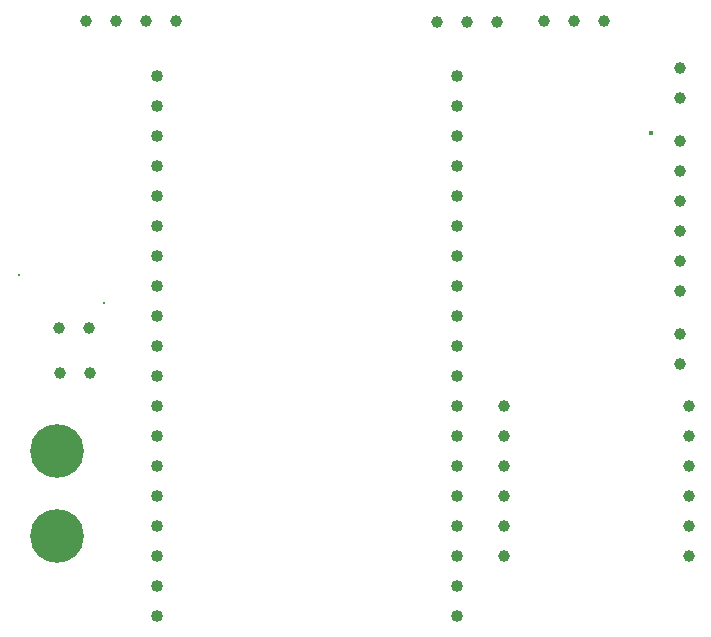
<source format=gbr>
%TF.GenerationSoftware,KiCad,Pcbnew,(6.0.9)*%
%TF.CreationDate,2023-05-11T13:54:50+10:00*%
%TF.ProjectId,Rescue Line,52657363-7565-4204-9c69-6e652e6b6963,rev?*%
%TF.SameCoordinates,Original*%
%TF.FileFunction,Plated,1,2,PTH,Drill*%
%TF.FilePolarity,Positive*%
%FSLAX46Y46*%
G04 Gerber Fmt 4.6, Leading zero omitted, Abs format (unit mm)*
G04 Created by KiCad (PCBNEW (6.0.9)) date 2023-05-11 13:54:50*
%MOMM*%
%LPD*%
G01*
G04 APERTURE LIST*
%TA.AperFunction,ViaDrill*%
%ADD10C,0.300000*%
%TD*%
%TA.AperFunction,ViaDrill*%
%ADD11C,0.400000*%
%TD*%
%TA.AperFunction,ComponentDrill*%
%ADD12C,1.000000*%
%TD*%
%TA.AperFunction,ComponentDrill*%
%ADD13C,1.020000*%
%TD*%
%TA.AperFunction,ComponentDrill*%
%ADD14C,4.550000*%
%TD*%
G04 APERTURE END LIST*
D10*
X107500000Y-91750000D03*
X114750500Y-94100500D03*
D11*
X161000000Y-79750000D03*
D12*
%TO.C,J1*%
X110905000Y-96218500D03*
%TO.C,J9*%
X110985000Y-100000000D03*
%TO.C,J4*%
X113200000Y-70250000D03*
%TO.C,J1*%
X113445000Y-96218500D03*
%TO.C,J9*%
X113525000Y-100000000D03*
%TO.C,J4*%
X115740000Y-70250000D03*
X118280000Y-70250000D03*
X120820000Y-70250000D03*
%TO.C,J3*%
X142945000Y-70275000D03*
X145485000Y-70275000D03*
X148025000Y-70275000D03*
%TO.C,U3*%
X148585000Y-102805000D03*
X148585000Y-105345000D03*
X148585000Y-107885000D03*
X148585000Y-110425000D03*
X148585000Y-112965000D03*
X148585000Y-115505000D03*
%TO.C,J2*%
X152000000Y-70250000D03*
X154540000Y-70250000D03*
X157080000Y-70250000D03*
%TO.C,J8*%
X163500000Y-74230000D03*
X163500000Y-76770000D03*
%TO.C,J6*%
X163500000Y-80380000D03*
X163500000Y-82920000D03*
X163500000Y-85460000D03*
X163500000Y-88000000D03*
X163500000Y-90540000D03*
X163500000Y-93080000D03*
%TO.C,J7*%
X163500000Y-96705000D03*
X163500000Y-99245000D03*
%TO.C,U3*%
X164225000Y-102815000D03*
X164225000Y-105355000D03*
X164225000Y-107895000D03*
X164225000Y-110435000D03*
X164225000Y-112975000D03*
X164225000Y-115515000D03*
D13*
%TO.C,U2*%
X119225000Y-74870000D03*
X119225000Y-77410000D03*
X119225000Y-79950000D03*
X119225000Y-82490000D03*
X119225000Y-85030000D03*
X119225000Y-87570000D03*
X119225000Y-90110000D03*
X119225000Y-92650000D03*
X119225000Y-95190000D03*
X119225000Y-97730000D03*
X119225000Y-100270000D03*
X119225000Y-102810000D03*
X119225000Y-105350000D03*
X119225000Y-107890000D03*
X119225000Y-110430000D03*
X119225000Y-112970000D03*
X119225000Y-115510000D03*
X119225000Y-118050000D03*
X119225000Y-120590000D03*
X144625000Y-74870000D03*
X144625000Y-77410000D03*
X144625000Y-79950000D03*
X144625000Y-82490000D03*
X144625000Y-85030000D03*
X144625000Y-87570000D03*
X144625000Y-90110000D03*
X144625000Y-92650000D03*
X144625000Y-95190000D03*
X144625000Y-97730000D03*
X144625000Y-100270000D03*
X144625000Y-102810000D03*
X144625000Y-105350000D03*
X144625000Y-107890000D03*
X144625000Y-110430000D03*
X144625000Y-112970000D03*
X144625000Y-115510000D03*
X144625000Y-118050000D03*
X144625000Y-120590000D03*
D14*
%TO.C,J5*%
X110750000Y-106650000D03*
X110750000Y-113850000D03*
M02*

</source>
